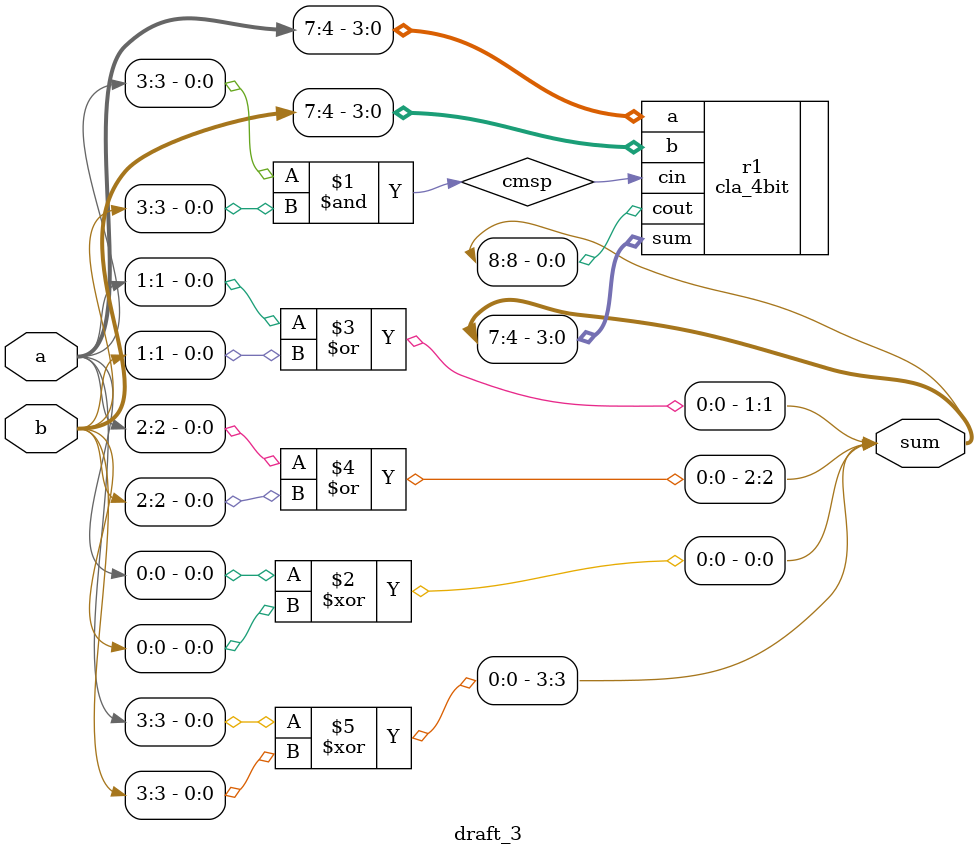
<source format=v>
`include "cla.v"

module draft_3 (a, b, sum);

input [7:0] a, b;
output [8:0] sum;

// IDEOLOGY: 0 to 3rd bit (approximate part) will be computed using basic OR and XOR gates, 
// 4th to 8th bit will be computed using CLA (Accurate part)
// The carry will be propagated from LSP to MSP using the 3rd bit from LSP
// The carry will be pre_calculated

wire cmsp; //cmsp: Carry to the Most Significant Part
assign cmsp = (a[3]&b[3]);

// Approximate part

assign sum[0] = a[0] ^ b[0];
assign sum[1] = a[1] | b[1];
assign sum[2] = a[2] | b[2];
assign sum[3] = a[3] ^ b[3];

// Accurate part
cla_4bit r1 (.a(a[7:4]), .b(b[7:4]), .cin(cmsp), .sum(sum[7:4]), .cout(sum[8]));

endmodule








</source>
